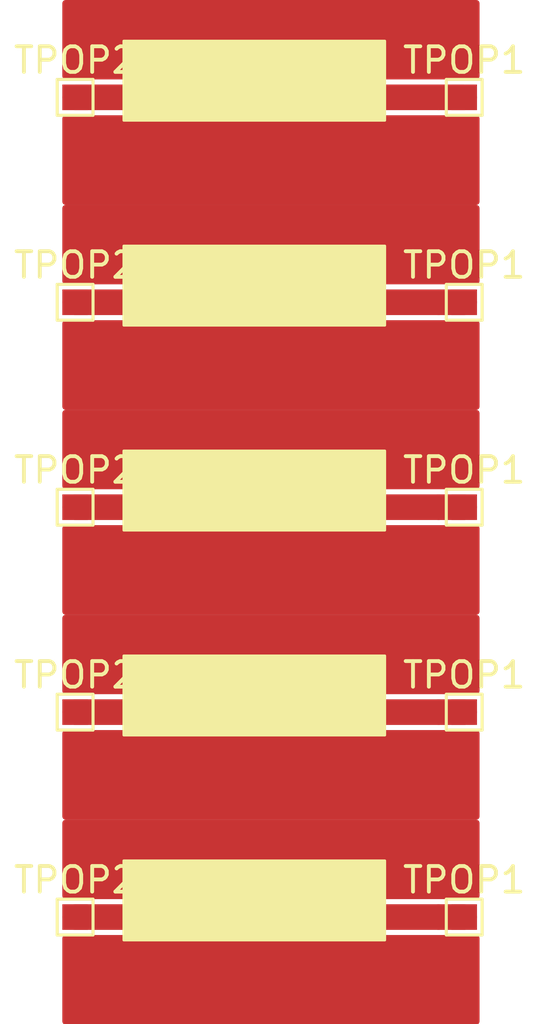
<source format=kicad_pcb>
(kicad_pcb (version 20171130) (host pcbnew 5.1.5+dfsg1-2~bpo9+1)

  (general
    (thickness 1.6)
    (drawings 5)
    (tracks 10)
    (zones 0)
    (modules 10)
    (nets 2)
  )

  (page A4)
  (layers
    (0 F.Cu signal)
    (31 B.Cu signal)
    (32 B.Adhes user)
    (33 F.Adhes user)
    (34 B.Paste user)
    (35 F.Paste user)
    (36 B.SilkS user)
    (37 F.SilkS user)
    (38 B.Mask user)
    (39 F.Mask user)
    (40 Dwgs.User user)
    (41 Cmts.User user)
    (42 Eco1.User user)
    (43 Eco2.User user)
    (44 Edge.Cuts user)
    (45 Margin user)
    (46 B.CrtYd user)
    (47 F.CrtYd user)
    (48 B.Fab user)
    (49 F.Fab user)
  )

  (setup
    (last_trace_width 1)
    (user_trace_width 1)
    (trace_clearance 0.2)
    (zone_clearance 0.2)
    (zone_45_only no)
    (trace_min 0.2)
    (via_size 0.8)
    (via_drill 0.4)
    (via_min_size 0.4)
    (via_min_drill 0.3)
    (uvia_size 0.3)
    (uvia_drill 0.1)
    (uvias_allowed no)
    (uvia_min_size 0.2)
    (uvia_min_drill 0.1)
    (edge_width 0.05)
    (segment_width 0.2)
    (pcb_text_width 0.3)
    (pcb_text_size 1.5 1.5)
    (mod_edge_width 0.12)
    (mod_text_size 1 1)
    (mod_text_width 0.15)
    (pad_size 1.524 1.524)
    (pad_drill 0.762)
    (pad_to_mask_clearance 0.051)
    (solder_mask_min_width 0.25)
    (aux_axis_origin 25.8 45.9)
    (grid_origin 25.8 45.9)
    (visible_elements FFFFFF7F)
    (pcbplotparams
      (layerselection 0x00000_7fffffff)
      (usegerberextensions false)
      (usegerberattributes false)
      (usegerberadvancedattributes false)
      (creategerberjobfile false)
      (excludeedgelayer true)
      (linewidth 0.150000)
      (plotframeref false)
      (viasonmask false)
      (mode 1)
      (useauxorigin true)
      (hpglpennumber 1)
      (hpglpenspeed 20)
      (hpglpendiameter 15.000000)
      (psnegative false)
      (psa4output false)
      (plotreference true)
      (plotvalue true)
      (plotinvisibletext false)
      (padsonsilk false)
      (subtractmaskfromsilk false)
      (outputformat 1)
      (mirror false)
      (drillshape 0)
      (scaleselection 1)
      (outputdirectory ""))
  )

  (net 0 "")
  (net 1 "Net-(TPOP1-Pad1)")

  (net_class Default "This is the default net class."
    (clearance 0.2)
    (trace_width 0.25)
    (via_dia 0.8)
    (via_drill 0.4)
    (uvia_dia 0.3)
    (uvia_drill 0.1)
    (add_net "Net-(TPOP1-Pad1)")
  )

  (module TestPoint:TestPoint_Pad_1.0x1.0mm (layer F.Cu) (tedit 5A0F774F) (tstamp 6008BC34)
    (at 41.5 81.7)
    (descr "SMD rectangular pad as test Point, square 1.0mm side length")
    (tags "test point SMD pad rectangle square")
    (path /5EE35A86)
    (attr virtual)
    (fp_text reference TPOP1 (at 0 -1.448) (layer F.SilkS)
      (effects (font (size 1 1) (thickness 0.15)))
    )
    (fp_text value Voutput (at 0 1.55) (layer F.Fab)
      (effects (font (size 1 1) (thickness 0.15)))
    )
    (fp_line (start 1 1) (end -1 1) (layer F.CrtYd) (width 0.05))
    (fp_line (start 1 1) (end 1 -1) (layer F.CrtYd) (width 0.05))
    (fp_line (start -1 -1) (end -1 1) (layer F.CrtYd) (width 0.05))
    (fp_line (start -1 -1) (end 1 -1) (layer F.CrtYd) (width 0.05))
    (fp_line (start -0.7 0.7) (end -0.7 -0.7) (layer F.SilkS) (width 0.12))
    (fp_line (start 0.7 0.7) (end -0.7 0.7) (layer F.SilkS) (width 0.12))
    (fp_line (start 0.7 -0.7) (end 0.7 0.7) (layer F.SilkS) (width 0.12))
    (fp_line (start -0.7 -0.7) (end 0.7 -0.7) (layer F.SilkS) (width 0.12))
    (fp_text user %R (at 0 -1.45) (layer F.Fab)
      (effects (font (size 1 1) (thickness 0.15)))
    )
    (pad 1 smd rect (at 0 0) (size 1 1) (layers F.Cu F.Mask))
  )

  (module TestPoint:TestPoint_Pad_1.0x1.0mm (layer F.Cu) (tedit 5A0F774F) (tstamp 6008BC27)
    (at 26.3 81.7)
    (descr "SMD rectangular pad as test Point, square 1.0mm side length")
    (tags "test point SMD pad rectangle square")
    (path /5F346658)
    (attr virtual)
    (fp_text reference TPOP2 (at 0 -1.448) (layer F.SilkS)
      (effects (font (size 1 1) (thickness 0.15)))
    )
    (fp_text value Voutput (at 0 1.55) (layer F.Fab)
      (effects (font (size 1 1) (thickness 0.15)))
    )
    (fp_line (start 1 1) (end -1 1) (layer F.CrtYd) (width 0.05))
    (fp_line (start 1 1) (end 1 -1) (layer F.CrtYd) (width 0.05))
    (fp_line (start -1 -1) (end -1 1) (layer F.CrtYd) (width 0.05))
    (fp_line (start -1 -1) (end 1 -1) (layer F.CrtYd) (width 0.05))
    (fp_line (start -0.7 0.7) (end -0.7 -0.7) (layer F.SilkS) (width 0.12))
    (fp_line (start 0.7 0.7) (end -0.7 0.7) (layer F.SilkS) (width 0.12))
    (fp_line (start 0.7 -0.7) (end 0.7 0.7) (layer F.SilkS) (width 0.12))
    (fp_line (start -0.7 -0.7) (end 0.7 -0.7) (layer F.SilkS) (width 0.12))
    (fp_text user %R (at 0 -1.45) (layer F.Fab)
      (effects (font (size 1 1) (thickness 0.15)))
    )
    (pad 1 smd rect (at 0 0) (size 1 1) (layers F.Cu F.Mask))
  )

  (module TestPoint:TestPoint_Pad_1.0x1.0mm (layer F.Cu) (tedit 5A0F774F) (tstamp 6008BC34)
    (at 41.5 73.7)
    (descr "SMD rectangular pad as test Point, square 1.0mm side length")
    (tags "test point SMD pad rectangle square")
    (path /5EE35A86)
    (attr virtual)
    (fp_text reference TPOP1 (at 0 -1.448) (layer F.SilkS)
      (effects (font (size 1 1) (thickness 0.15)))
    )
    (fp_text value Voutput (at 0 1.55) (layer F.Fab)
      (effects (font (size 1 1) (thickness 0.15)))
    )
    (fp_line (start 1 1) (end -1 1) (layer F.CrtYd) (width 0.05))
    (fp_line (start 1 1) (end 1 -1) (layer F.CrtYd) (width 0.05))
    (fp_line (start -1 -1) (end -1 1) (layer F.CrtYd) (width 0.05))
    (fp_line (start -1 -1) (end 1 -1) (layer F.CrtYd) (width 0.05))
    (fp_line (start -0.7 0.7) (end -0.7 -0.7) (layer F.SilkS) (width 0.12))
    (fp_line (start 0.7 0.7) (end -0.7 0.7) (layer F.SilkS) (width 0.12))
    (fp_line (start 0.7 -0.7) (end 0.7 0.7) (layer F.SilkS) (width 0.12))
    (fp_line (start -0.7 -0.7) (end 0.7 -0.7) (layer F.SilkS) (width 0.12))
    (fp_text user %R (at 0 -1.45) (layer F.Fab)
      (effects (font (size 1 1) (thickness 0.15)))
    )
    (pad 1 smd rect (at 0 0) (size 1 1) (layers F.Cu F.Mask))
  )

  (module TestPoint:TestPoint_Pad_1.0x1.0mm (layer F.Cu) (tedit 5A0F774F) (tstamp 6008BC27)
    (at 26.3 73.7)
    (descr "SMD rectangular pad as test Point, square 1.0mm side length")
    (tags "test point SMD pad rectangle square")
    (path /5F346658)
    (attr virtual)
    (fp_text reference TPOP2 (at 0 -1.448) (layer F.SilkS)
      (effects (font (size 1 1) (thickness 0.15)))
    )
    (fp_text value Voutput (at 0 1.55) (layer F.Fab)
      (effects (font (size 1 1) (thickness 0.15)))
    )
    (fp_line (start 1 1) (end -1 1) (layer F.CrtYd) (width 0.05))
    (fp_line (start 1 1) (end 1 -1) (layer F.CrtYd) (width 0.05))
    (fp_line (start -1 -1) (end -1 1) (layer F.CrtYd) (width 0.05))
    (fp_line (start -1 -1) (end 1 -1) (layer F.CrtYd) (width 0.05))
    (fp_line (start -0.7 0.7) (end -0.7 -0.7) (layer F.SilkS) (width 0.12))
    (fp_line (start 0.7 0.7) (end -0.7 0.7) (layer F.SilkS) (width 0.12))
    (fp_line (start 0.7 -0.7) (end 0.7 0.7) (layer F.SilkS) (width 0.12))
    (fp_line (start -0.7 -0.7) (end 0.7 -0.7) (layer F.SilkS) (width 0.12))
    (fp_text user %R (at 0 -1.45) (layer F.Fab)
      (effects (font (size 1 1) (thickness 0.15)))
    )
    (pad 1 smd rect (at 0 0) (size 1 1) (layers F.Cu F.Mask))
  )

  (module TestPoint:TestPoint_Pad_1.0x1.0mm (layer F.Cu) (tedit 5A0F774F) (tstamp 6008BC34)
    (at 41.5 65.7)
    (descr "SMD rectangular pad as test Point, square 1.0mm side length")
    (tags "test point SMD pad rectangle square")
    (path /5EE35A86)
    (attr virtual)
    (fp_text reference TPOP1 (at 0 -1.448) (layer F.SilkS)
      (effects (font (size 1 1) (thickness 0.15)))
    )
    (fp_text value Voutput (at 0 1.55) (layer F.Fab)
      (effects (font (size 1 1) (thickness 0.15)))
    )
    (fp_line (start 1 1) (end -1 1) (layer F.CrtYd) (width 0.05))
    (fp_line (start 1 1) (end 1 -1) (layer F.CrtYd) (width 0.05))
    (fp_line (start -1 -1) (end -1 1) (layer F.CrtYd) (width 0.05))
    (fp_line (start -1 -1) (end 1 -1) (layer F.CrtYd) (width 0.05))
    (fp_line (start -0.7 0.7) (end -0.7 -0.7) (layer F.SilkS) (width 0.12))
    (fp_line (start 0.7 0.7) (end -0.7 0.7) (layer F.SilkS) (width 0.12))
    (fp_line (start 0.7 -0.7) (end 0.7 0.7) (layer F.SilkS) (width 0.12))
    (fp_line (start -0.7 -0.7) (end 0.7 -0.7) (layer F.SilkS) (width 0.12))
    (fp_text user %R (at 0 -1.45) (layer F.Fab)
      (effects (font (size 1 1) (thickness 0.15)))
    )
    (pad 1 smd rect (at 0 0) (size 1 1) (layers F.Cu F.Mask))
  )

  (module TestPoint:TestPoint_Pad_1.0x1.0mm (layer F.Cu) (tedit 5A0F774F) (tstamp 6008BC27)
    (at 26.3 65.7)
    (descr "SMD rectangular pad as test Point, square 1.0mm side length")
    (tags "test point SMD pad rectangle square")
    (path /5F346658)
    (attr virtual)
    (fp_text reference TPOP2 (at 0 -1.448) (layer F.SilkS)
      (effects (font (size 1 1) (thickness 0.15)))
    )
    (fp_text value Voutput (at 0 1.55) (layer F.Fab)
      (effects (font (size 1 1) (thickness 0.15)))
    )
    (fp_line (start 1 1) (end -1 1) (layer F.CrtYd) (width 0.05))
    (fp_line (start 1 1) (end 1 -1) (layer F.CrtYd) (width 0.05))
    (fp_line (start -1 -1) (end -1 1) (layer F.CrtYd) (width 0.05))
    (fp_line (start -1 -1) (end 1 -1) (layer F.CrtYd) (width 0.05))
    (fp_line (start -0.7 0.7) (end -0.7 -0.7) (layer F.SilkS) (width 0.12))
    (fp_line (start 0.7 0.7) (end -0.7 0.7) (layer F.SilkS) (width 0.12))
    (fp_line (start 0.7 -0.7) (end 0.7 0.7) (layer F.SilkS) (width 0.12))
    (fp_line (start -0.7 -0.7) (end 0.7 -0.7) (layer F.SilkS) (width 0.12))
    (fp_text user %R (at 0 -1.45) (layer F.Fab)
      (effects (font (size 1 1) (thickness 0.15)))
    )
    (pad 1 smd rect (at 0 0) (size 1 1) (layers F.Cu F.Mask))
  )

  (module TestPoint:TestPoint_Pad_1.0x1.0mm (layer F.Cu) (tedit 5A0F774F) (tstamp 6008BC34)
    (at 41.5 57.7)
    (descr "SMD rectangular pad as test Point, square 1.0mm side length")
    (tags "test point SMD pad rectangle square")
    (path /5EE35A86)
    (attr virtual)
    (fp_text reference TPOP1 (at 0 -1.448) (layer F.SilkS)
      (effects (font (size 1 1) (thickness 0.15)))
    )
    (fp_text value Voutput (at 0 1.55) (layer F.Fab)
      (effects (font (size 1 1) (thickness 0.15)))
    )
    (fp_line (start 1 1) (end -1 1) (layer F.CrtYd) (width 0.05))
    (fp_line (start 1 1) (end 1 -1) (layer F.CrtYd) (width 0.05))
    (fp_line (start -1 -1) (end -1 1) (layer F.CrtYd) (width 0.05))
    (fp_line (start -1 -1) (end 1 -1) (layer F.CrtYd) (width 0.05))
    (fp_line (start -0.7 0.7) (end -0.7 -0.7) (layer F.SilkS) (width 0.12))
    (fp_line (start 0.7 0.7) (end -0.7 0.7) (layer F.SilkS) (width 0.12))
    (fp_line (start 0.7 -0.7) (end 0.7 0.7) (layer F.SilkS) (width 0.12))
    (fp_line (start -0.7 -0.7) (end 0.7 -0.7) (layer F.SilkS) (width 0.12))
    (fp_text user %R (at 0 -1.45) (layer F.Fab)
      (effects (font (size 1 1) (thickness 0.15)))
    )
    (pad 1 smd rect (at 0 0) (size 1 1) (layers F.Cu F.Mask))
  )

  (module TestPoint:TestPoint_Pad_1.0x1.0mm (layer F.Cu) (tedit 5A0F774F) (tstamp 6008BC27)
    (at 26.3 57.7)
    (descr "SMD rectangular pad as test Point, square 1.0mm side length")
    (tags "test point SMD pad rectangle square")
    (path /5F346658)
    (attr virtual)
    (fp_text reference TPOP2 (at 0 -1.448) (layer F.SilkS)
      (effects (font (size 1 1) (thickness 0.15)))
    )
    (fp_text value Voutput (at 0 1.55) (layer F.Fab)
      (effects (font (size 1 1) (thickness 0.15)))
    )
    (fp_line (start 1 1) (end -1 1) (layer F.CrtYd) (width 0.05))
    (fp_line (start 1 1) (end 1 -1) (layer F.CrtYd) (width 0.05))
    (fp_line (start -1 -1) (end -1 1) (layer F.CrtYd) (width 0.05))
    (fp_line (start -1 -1) (end 1 -1) (layer F.CrtYd) (width 0.05))
    (fp_line (start -0.7 0.7) (end -0.7 -0.7) (layer F.SilkS) (width 0.12))
    (fp_line (start 0.7 0.7) (end -0.7 0.7) (layer F.SilkS) (width 0.12))
    (fp_line (start 0.7 -0.7) (end 0.7 0.7) (layer F.SilkS) (width 0.12))
    (fp_line (start -0.7 -0.7) (end 0.7 -0.7) (layer F.SilkS) (width 0.12))
    (fp_text user %R (at 0 -1.45) (layer F.Fab)
      (effects (font (size 1 1) (thickness 0.15)))
    )
    (pad 1 smd rect (at 0 0) (size 1 1) (layers F.Cu F.Mask))
  )

  (module TestPoint:TestPoint_Pad_1.0x1.0mm (layer F.Cu) (tedit 5A0F774F) (tstamp 6008AD14)
    (at 26.3 49.7)
    (descr "SMD rectangular pad as test Point, square 1.0mm side length")
    (tags "test point SMD pad rectangle square")
    (path /5F346658)
    (attr virtual)
    (fp_text reference TPOP2 (at 0 -1.448) (layer F.SilkS)
      (effects (font (size 1 1) (thickness 0.15)))
    )
    (fp_text value Voutput (at 0 1.55) (layer F.Fab)
      (effects (font (size 1 1) (thickness 0.15)))
    )
    (fp_text user %R (at 0 -1.45) (layer F.Fab)
      (effects (font (size 1 1) (thickness 0.15)))
    )
    (fp_line (start -0.7 -0.7) (end 0.7 -0.7) (layer F.SilkS) (width 0.12))
    (fp_line (start 0.7 -0.7) (end 0.7 0.7) (layer F.SilkS) (width 0.12))
    (fp_line (start 0.7 0.7) (end -0.7 0.7) (layer F.SilkS) (width 0.12))
    (fp_line (start -0.7 0.7) (end -0.7 -0.7) (layer F.SilkS) (width 0.12))
    (fp_line (start -1 -1) (end 1 -1) (layer F.CrtYd) (width 0.05))
    (fp_line (start -1 -1) (end -1 1) (layer F.CrtYd) (width 0.05))
    (fp_line (start 1 1) (end 1 -1) (layer F.CrtYd) (width 0.05))
    (fp_line (start 1 1) (end -1 1) (layer F.CrtYd) (width 0.05))
    (pad 1 smd rect (at 0 0) (size 1 1) (layers F.Cu F.Mask)
      (net 1 "Net-(TPOP1-Pad1)"))
  )

  (module TestPoint:TestPoint_Pad_1.0x1.0mm (layer F.Cu) (tedit 5A0F774F) (tstamp 6008AFA4)
    (at 41.5 49.7)
    (descr "SMD rectangular pad as test Point, square 1.0mm side length")
    (tags "test point SMD pad rectangle square")
    (path /5EE35A86)
    (attr virtual)
    (fp_text reference TPOP1 (at 0 -1.448) (layer F.SilkS)
      (effects (font (size 1 1) (thickness 0.15)))
    )
    (fp_text value Voutput (at 0 1.55) (layer F.Fab)
      (effects (font (size 1 1) (thickness 0.15)))
    )
    (fp_text user %R (at 0 -1.45) (layer F.Fab)
      (effects (font (size 1 1) (thickness 0.15)))
    )
    (fp_line (start -0.7 -0.7) (end 0.7 -0.7) (layer F.SilkS) (width 0.12))
    (fp_line (start 0.7 -0.7) (end 0.7 0.7) (layer F.SilkS) (width 0.12))
    (fp_line (start 0.7 0.7) (end -0.7 0.7) (layer F.SilkS) (width 0.12))
    (fp_line (start -0.7 0.7) (end -0.7 -0.7) (layer F.SilkS) (width 0.12))
    (fp_line (start -1 -1) (end 1 -1) (layer F.CrtYd) (width 0.05))
    (fp_line (start -1 -1) (end -1 1) (layer F.CrtYd) (width 0.05))
    (fp_line (start 1 1) (end 1 -1) (layer F.CrtYd) (width 0.05))
    (fp_line (start 1 1) (end -1 1) (layer F.CrtYd) (width 0.05))
    (pad 1 smd rect (at 0 0) (size 1 1) (layers F.Cu F.Mask)
      (net 1 "Net-(TPOP1-Pad1)"))
  )

  (gr_poly (pts (xy 38.4 82.6) (xy 28.2 82.6) (xy 28.2 79.5) (xy 38.4 79.5)) (layer F.SilkS) (width 0.1) (tstamp 6008BC42))
  (gr_poly (pts (xy 38.4 74.6) (xy 28.2 74.6) (xy 28.2 71.5) (xy 38.4 71.5)) (layer F.SilkS) (width 0.1) (tstamp 6008BC42))
  (gr_poly (pts (xy 38.4 66.6) (xy 28.2 66.6) (xy 28.2 63.5) (xy 38.4 63.5)) (layer F.SilkS) (width 0.1) (tstamp 6008BC42))
  (gr_poly (pts (xy 38.4 58.6) (xy 28.2 58.6) (xy 28.2 55.5) (xy 38.4 55.5)) (layer F.SilkS) (width 0.1) (tstamp 6008BC42))
  (gr_poly (pts (xy 38.4 50.6) (xy 28.2 50.6) (xy 28.2 47.5) (xy 38.4 47.5)) (layer F.SilkS) (width 0.1))

  (segment (start 40.5 57.7) (end 41.5 57.7) (width 1) (layer F.Cu) (net 0) (tstamp 6008BC26))
  (segment (start 26.3 57.7) (end 40.5 57.7) (width 1) (layer F.Cu) (net 0) (tstamp 6008BC41))
  (segment (start 40.5 65.7) (end 41.5 65.7) (width 1) (layer F.Cu) (net 0) (tstamp 6008BC26))
  (segment (start 26.3 65.7) (end 40.5 65.7) (width 1) (layer F.Cu) (net 0) (tstamp 6008BC41))
  (segment (start 40.5 73.7) (end 41.5 73.7) (width 1) (layer F.Cu) (net 0) (tstamp 6008BC26))
  (segment (start 26.3 73.7) (end 40.5 73.7) (width 1) (layer F.Cu) (net 0) (tstamp 6008BC41))
  (segment (start 40.5 81.7) (end 41.5 81.7) (width 1) (layer F.Cu) (net 0) (tstamp 6008BC26))
  (segment (start 26.3 81.7) (end 40.5 81.7) (width 1) (layer F.Cu) (net 0) (tstamp 6008BC41))
  (segment (start 40.5 49.7) (end 41.5 49.7) (width 1) (layer F.Cu) (net 1))
  (segment (start 26.3 49.7) (end 40.5 49.7) (width 1) (layer F.Cu) (net 1))

  (zone (net 0) (net_name "") (layer F.Cu) (tstamp 6008B68C) (hatch edge 0.508)
    (connect_pads yes (clearance 0.2))
    (min_thickness 0.254)
    (fill yes (arc_segments 32) (thermal_gap 0.508) (thermal_bridge_width 0.508))
    (polygon
      (pts
        (xy 42.1 53.9) (xy 25.8 53.9) (xy 25.8 45.9) (xy 42.1 45.9)
      )
    )
    (filled_polygon
      (pts
        (xy 41 50.528582) (xy 41.973 50.528582) (xy 41.973 53.773) (xy 25.927 53.773) (xy 25.927 50.528582)
        (xy 26.8 50.528582) (xy 26.816061 50.527) (xy 40.983939 50.527)
      )
    )
    (filled_polygon
      (pts
        (xy 41.973 48.871418) (xy 41 48.871418) (xy 40.983939 48.873) (xy 26.816061 48.873) (xy 26.8 48.871418)
        (xy 25.927 48.871418) (xy 25.927 46.027) (xy 41.973 46.027)
      )
    )
  )
  (zone (net 0) (net_name "") (layer F.Cu) (tstamp 6008BC25) (hatch edge 0.508)
    (connect_pads yes (clearance 0.2))
    (min_thickness 0.254)
    (fill yes (arc_segments 32) (thermal_gap 0.508) (thermal_bridge_width 0.508))
    (polygon
      (pts
        (xy 42.1 61.9) (xy 25.8 61.9) (xy 25.8 53.9) (xy 42.1 53.9)
      )
    )
    (filled_polygon
      (pts
        (xy 41 58.528582) (xy 41.973 58.528582) (xy 41.973 61.773) (xy 25.927 61.773) (xy 25.927 58.528582)
        (xy 26.8 58.528582) (xy 26.816061 58.527) (xy 40.983939 58.527)
      )
    )
    (filled_polygon
      (pts
        (xy 41.973 56.871418) (xy 41 56.871418) (xy 40.983939 56.873) (xy 26.816061 56.873) (xy 26.8 56.871418)
        (xy 25.927 56.871418) (xy 25.927 54.027) (xy 41.973 54.027)
      )
    )
  )
  (zone (net 0) (net_name "") (layer F.Cu) (tstamp 6008BC25) (hatch edge 0.508)
    (connect_pads yes (clearance 0.2))
    (min_thickness 0.254)
    (fill yes (arc_segments 32) (thermal_gap 0.508) (thermal_bridge_width 0.508))
    (polygon
      (pts
        (xy 42.1 69.9) (xy 25.8 69.9) (xy 25.8 61.9) (xy 42.1 61.9)
      )
    )
    (filled_polygon
      (pts
        (xy 41 66.528582) (xy 41.973 66.528582) (xy 41.973 69.773) (xy 25.927 69.773) (xy 25.927 66.528582)
        (xy 26.8 66.528582) (xy 26.816061 66.527) (xy 40.983939 66.527)
      )
    )
    (filled_polygon
      (pts
        (xy 41.973 64.871418) (xy 41 64.871418) (xy 40.983939 64.873) (xy 26.816061 64.873) (xy 26.8 64.871418)
        (xy 25.927 64.871418) (xy 25.927 62.027) (xy 41.973 62.027)
      )
    )
  )
  (zone (net 0) (net_name "") (layer F.Cu) (tstamp 6008BC25) (hatch edge 0.508)
    (connect_pads yes (clearance 0.2))
    (min_thickness 0.254)
    (fill yes (arc_segments 32) (thermal_gap 0.508) (thermal_bridge_width 0.508))
    (polygon
      (pts
        (xy 42.1 77.9) (xy 25.8 77.9) (xy 25.8 69.9) (xy 42.1 69.9)
      )
    )
    (filled_polygon
      (pts
        (xy 41 74.528582) (xy 41.973 74.528582) (xy 41.973 77.773) (xy 25.927 77.773) (xy 25.927 74.528582)
        (xy 26.8 74.528582) (xy 26.816061 74.527) (xy 40.983939 74.527)
      )
    )
    (filled_polygon
      (pts
        (xy 41.973 72.871418) (xy 41 72.871418) (xy 40.983939 72.873) (xy 26.816061 72.873) (xy 26.8 72.871418)
        (xy 25.927 72.871418) (xy 25.927 70.027) (xy 41.973 70.027)
      )
    )
  )
  (zone (net 0) (net_name "") (layer F.Cu) (tstamp 6008BC25) (hatch edge 0.508)
    (connect_pads yes (clearance 0.2))
    (min_thickness 0.254)
    (fill yes (arc_segments 32) (thermal_gap 0.508) (thermal_bridge_width 0.508))
    (polygon
      (pts
        (xy 42.1 85.9) (xy 25.8 85.9) (xy 25.8 77.9) (xy 42.1 77.9)
      )
    )
    (filled_polygon
      (pts
        (xy 41 82.528582) (xy 41.973 82.528582) (xy 41.973 85.773) (xy 25.927 85.773) (xy 25.927 82.528582)
        (xy 26.8 82.528582) (xy 26.816061 82.527) (xy 40.983939 82.527)
      )
    )
    (filled_polygon
      (pts
        (xy 41.973 80.871418) (xy 41 80.871418) (xy 40.983939 80.873) (xy 26.816061 80.873) (xy 26.8 80.871418)
        (xy 25.927 80.871418) (xy 25.927 78.027) (xy 41.973 78.027)
      )
    )
  )
)

</source>
